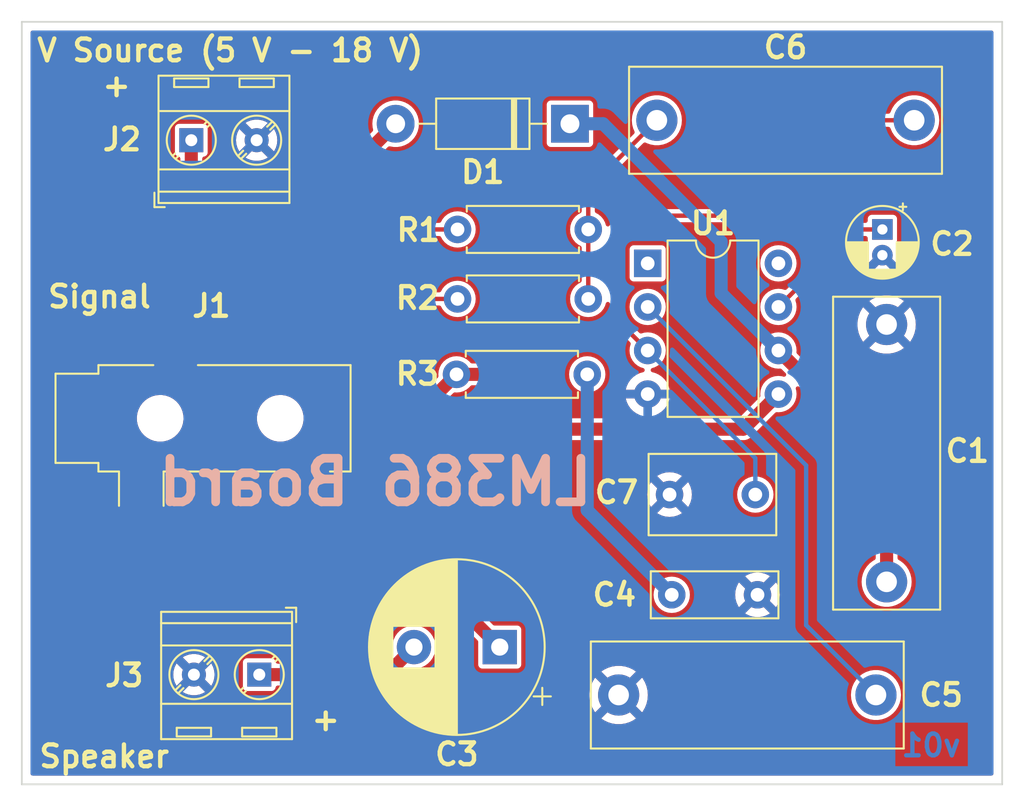
<source format=kicad_pcb>
(kicad_pcb (version 20221018) (generator pcbnew)
  (title_block (title "LM386_Board") (date "2023-11-28") (rev "v01") (comment 2 "creativecommons.org/licenses/by/4.0/") (comment 3 "License: CC BY 4.0") (comment 4 "Author: Geethaka Sandamal"))
  (layers (0 "F.Cu" signal) (31 "B.Cu" signal) (34 "B.Paste" user) (35 "F.Paste" user) (36 "B.SilkS" user "B.Silkscreen") (37 "F.SilkS" user "F.Silkscreen") (38 "B.Mask" user) (39 "F.Mask" user) (44 "Edge.Cuts" user))
  (net 0 "")
  (net 1 "GND")
  (net 2 "VCC")
  (net 3 "Net-(U1-BYPASS)")
  (net 4 "Net-(C3-Pad1)")
  (net 5 "Net-(J3-Pin_1)")
  (net 6 "Net-(C4-Pad1)")
  (net 7 "Net-(U1--)")
  (net 8 "Net-(C6-Pad1)")
  (net 9 "Net-(U1-+)")
  (net 10 "Net-(D1-A)")
  (net 11 "Net-(J1-PadR)")
  (net 12 "Net-(J1-PadT)")
  (footprint "Diode_THT:D_DO-41_SOD81_P10.16mm_Horizontal" (layer "F.Cu") (at 158.9532 88.4936 180)
    (fp_text reference "D1" (at 5.08 -2.8194) (layer "F.SilkS") (effects (font (size 1.27 1.27) (thickness 0.254) bold)))
    (fp_text value "1N4001")
    (fp_line (start 1.34 0) (end 2.36 0) (stroke (width 0.12)) (layer "F.SilkS"))
    (fp_line (start 2.36 -1.47) (end 2.36 1.47) (stroke (width 0.12)) (layer "F.SilkS"))
    (fp_line (start 2.36 1.47) (end 7.8 1.47) (stroke (width 0.12)) (layer "F.SilkS"))
    (fp_line (start 3.14 -1.47) (end 3.14 1.47) (stroke (width 0.12)) (layer "F.SilkS"))
    (fp_line (start 3.26 -1.47) (end 3.26 1.47) (stroke (width 0.12)) (layer "F.SilkS"))
    (fp_line (start 3.38 -1.47) (end 3.38 1.47) (stroke (width 0.12)) (layer "F.SilkS"))
    (fp_line (start 7.8 -1.47) (end 2.36 -1.47) (stroke (width 0.12)) (layer "F.SilkS"))
    (fp_line (start 7.8 1.47) (end 7.8 -1.47) (stroke (width 0.12)) (layer "F.SilkS"))
    (fp_line (start 8.82 0) (end 7.8 0) (stroke (width 0.12)) (layer "F.SilkS"))
    (pad "1" thru_hole rect (at 0 0 180) (size 2.2 2.2) (drill 1.1) (layers "*.Cu" "*.Mask") (net 2 "VCC"))
    (pad "2" thru_hole oval (at 10.16 0 180) (size 2.2 2.2) (drill 1.1) (layers "*.Cu" "*.Mask") (net 10 "Net-(D1-A)"))
  )
  (footprint "Package_DIP:DIP-8_W7.62mm" (layer "F.Cu") (at 163.4844 96.6316)
    (fp_text reference "U1" (at 3.81 -2.33) (layer "F.SilkS") (effects (font (size 1.27 1.27) (thickness 0.254) bold)))
    (fp_text value "LM386")
    (fp_line (start 1.16 -1.33) (end 1.16 8.95) (stroke (width 0.12)) (layer "F.SilkS"))
    (fp_line (start 1.16 8.95) (end 6.46 8.95) (stroke (width 0.12)) (layer "F.SilkS"))
    (fp_line (start 2.81 -1.33) (end 1.16 -1.33) (stroke (width 0.12)) (layer "F.SilkS"))
    (fp_line (start 6.46 -1.33) (end 4.81 -1.33) (stroke (width 0.12)) (layer "F.SilkS"))
    (fp_line (start 6.46 8.95) (end 6.46 -1.33) (stroke (width 0.12)) (layer "F.SilkS"))
    (fp_arc (start 4.81 -1.33) (mid 3.81 -0.33) (end 2.81 -1.33) (stroke (width 0.12)) (layer "F.SilkS"))
    (pad "1" thru_hole rect (at 0 0) (size 1.6 1.6) (drill 0.8) (layers "*.Cu" "*.Mask"))
    (pad "2" thru_hole oval (at 0 2.54) (size 1.6 1.6) (drill 0.8) (layers "*.Cu" "*.Mask") (net 7 "Net-(U1--)"))
    (pad "3" thru_hole oval (at 0 5.08) (size 1.6 1.6) (drill 0.8) (layers "*.Cu" "*.Mask") (net 9 "Net-(U1-+)"))
    (pad "4" thru_hole oval (at 0 7.62) (size 1.6 1.6) (drill 0.8) (layers "*.Cu" "*.Mask") (net 1 "GND"))
    (pad "5" thru_hole oval (at 7.62 7.62) (size 1.6 1.6) (drill 0.8) (layers "*.Cu" "*.Mask") (net 4 "Net-(C3-Pad1)"))
    (pad "6" thru_hole oval (at 7.62 5.08) (size 1.6 1.6) (drill 0.8) (layers "*.Cu" "*.Mask") (net 2 "VCC"))
    (pad "7" thru_hole oval (at 7.62 2.54) (size 1.6 1.6) (drill 0.8) (layers "*.Cu" "*.Mask") (net 3 "Net-(U1-BYPASS)"))
    (pad "8" thru_hole oval (at 7.62 0) (size 1.6 1.6) (drill 0.8) (layers "*.Cu" "*.Mask"))
  )
  (footprint "Resistor_THT:R_Axial_DIN0207_L6.3mm_D2.5mm_P7.62mm_Horizontal" (layer "F.Cu") (at 152.4 94.6544)
    (fp_text reference "R1" (at -2.286 0.0368) (layer "F.SilkS") (effects (font (size 1.27 1.27) (thickness 0.254) bold)))
    (fp_text value "1k" hide)
    (fp_line (start 0.54 -1.37) (end 7.08 -1.37) (stroke (width 0.12)) (layer "F.SilkS"))
    (fp_line (start 0.54 -1.04) (end 0.54 -1.37) (stroke (width 0.12)) (layer "F.SilkS"))
    (fp_line (start 0.54 1.04) (end 0.54 1.37) (stroke (width 0.12)) (layer "F.SilkS"))
    (fp_line (start 0.54 1.37) (end 7.08 1.37) (stroke (width 0.12)) (layer "F.SilkS"))
    (fp_line (start 7.08 -1.37) (end 7.08 -1.04) (stroke (width 0.12)) (layer "F.SilkS"))
    (fp_line (start 7.08 1.37) (end 7.08 1.04) (stroke (width 0.12)) (layer "F.SilkS"))
    (pad "1" thru_hole circle (at 0 0) (size 1.6 1.6) (drill 0.8) (layers "*.Cu" "*.Mask") (net 11 "Net-(J1-PadR)"))
    (pad "2" thru_hole oval (at 7.62 0) (size 1.6 1.6) (drill 0.8) (layers "*.Cu" "*.Mask") (net 8 "Net-(C6-Pad1)"))
  )
  (footprint "Resistor_THT:R_Axial_DIN0207_L6.3mm_D2.5mm_P7.62mm_Horizontal" (layer "F.Cu") (at 159.961 103.1024 180)
    (fp_text reference "R3" (at 9.8978 0.0292) (layer "F.SilkS") (effects (font (size 1.27 1.27) (thickness 0.254) bold)))
    (fp_text value "10" hide)
    (fp_line (start 0.54 -1.37) (end 7.08 -1.37) (stroke (width 0.12)) (layer "F.SilkS"))
    (fp_line (start 0.54 -1.04) (end 0.54 -1.37) (stroke (width 0.12)) (layer "F.SilkS"))
    (fp_line (start 0.54 1.04) (end 0.54 1.37) (stroke (width 0.12)) (layer "F.SilkS"))
    (fp_line (start 0.54 1.37) (end 7.08 1.37) (stroke (width 0.12)) (layer "F.SilkS"))
    (fp_line (start 7.08 -1.37) (end 7.08 -1.04) (stroke (width 0.12)) (layer "F.SilkS"))
    (fp_line (start 7.08 1.37) (end 7.08 1.04) (stroke (width 0.12)) (layer "F.SilkS"))
    (pad "1" thru_hole circle (at 0 0 180) (size 1.6 1.6) (drill 0.8) (layers "*.Cu" "*.Mask") (net 6 "Net-(C4-Pad1)"))
    (pad "2" thru_hole oval (at 7.62 0 180) (size 1.6 1.6) (drill 0.8) (layers "*.Cu" "*.Mask") (net 4 "Net-(C3-Pad1)"))
  )
  (footprint "TerminalBlock_MetzConnect:TerminalBlock_MetzConnect_Type086_RT03402HBLC_1x02_P3.81mm_Horizontal" (layer "F.Cu") (at 140.843 120.605 180)
    (fp_text reference "J3" (at 7.874 -0.045) (layer "F.SilkS") (effects (font (size 1.27 1.27) (thickness 0.254) bold)))
    (fp_text value "Speaker Terminal")
    (fp_line (start -2.15 3.06) (end -2.15 3.9) (stroke (width 0.12)) (layer "F.SilkS"))
    (fp_line (start -2.15 3.9) (end -1.55 3.9) (stroke (width 0.12)) (layer "F.SilkS"))
    (fp_line (start -1.91 -3.76) (end -1.91 3.66) (stroke (width 0.12)) (layer "F.SilkS"))
    (fp_line (start -1.91 -3.76) (end 5.72 -3.76) (stroke (width 0.12)) (layer "F.SilkS"))
    (fp_line (start -1.91 -1.7) (end 5.72 -1.7) (stroke (width 0.12)) (layer "F.SilkS"))
    (fp_line (start -1.91 1.701) (end 5.72 1.701) (stroke (width 0.12)) (layer "F.SilkS"))
    (fp_line (start -1.91 3) (end 5.72 3) (stroke (width 0.12)) (layer "F.SilkS"))
    (fp_line (start -1.91 3.66) (end 5.72 3.66) (stroke (width 0.12)) (layer "F.SilkS"))
    (fp_line (start -1 -3.6) (end -1 -3.1) (stroke (width 0.12)) (layer "F.SilkS"))
    (fp_line (start -1 -3.6) (end 1 -3.6) (stroke (width 0.12)) (layer "F.SilkS"))
    (fp_line (start -1 -3.1) (end 1 -3.1) (stroke (width 0.12)) (layer "F.SilkS"))
    (fp_line (start -0.946 0.771) (end -1.085 0.91) (stroke (width 0.12)) (layer "F.SilkS"))
    (fp_line (start -0.771 0.945) (end -0.911 1.085) (stroke (width 0.12)) (layer "F.SilkS"))
    (fp_line (start 0.911 -1.085) (end 0.771 -0.945) (stroke (width 0.12)) (layer "F.SilkS"))
    (fp_line (start 1 -3.6) (end 1 -3.1) (stroke (width 0.12)) (layer "F.SilkS"))
    (fp_line (start 1.085 -0.91) (end 0.945 -0.771) (stroke (width 0.12)) (layer "F.SilkS"))
    (fp_line (start 2.81 -3.6) (end 2.81 -3.1) (stroke (width 0.12)) (layer "F.SilkS"))
    (fp_line (start 2.81 -3.6) (end 4.81 -3.6) (stroke (width 0.12)) (layer "F.SilkS"))
    (fp_line (start 2.81 -3.1) (end 4.81 -3.1) (stroke (width 0.12)) (layer "F.SilkS"))
    (fp_line (start 3.025 0.611) (end 2.726 0.91) (stroke (width 0.12)) (layer "F.SilkS"))
    (fp_line (start 3.2 0.786) (end 2.9 1.085) (stroke (width 0.12)) (layer "F.SilkS"))
    (fp_line (start 4.721 -1.085) (end 4.421 -0.786) (stroke (width 0.12)) (layer "F.SilkS"))
    (fp_line (start 4.81 -3.6) (end 4.81 -3.1) (stroke (width 0.12)) (layer "F.SilkS"))
    (fp_line (start 4.895 -0.91) (end 4.596 -0.611) (stroke (width 0.12)) (layer "F.SilkS"))
    (fp_line (start 5.72 -3.76) (end 5.72 3.66) (stroke (width 0.12)) (layer "F.SilkS"))
    (fp_circle (center 0 0) (end 1.43 0) (stroke (width 0.12)) (fill none) (layer "F.SilkS"))
    (fp_circle (center 3.81 0) (end 5.24 0) (stroke (width 0.12)) (fill none) (layer "F.SilkS"))
    (pad "1" thru_hole rect (at 0 0 180) (size 1.4 1.4) (drill 0.7) (layers "*.Cu" "*.Mask") (net 5 "Net-(J3-Pin_1)"))
    (pad "2" thru_hole circle (at 3.81 0 180) (size 1.4 1.4) (drill 0.7) (layers "*.Cu" "*.Mask") (net 1 "GND"))
  )
  (footprint "Capacitor_THT:C_Rect_L18.0mm_W6.0mm_P15.00mm_FKS3_FKP3" (layer "F.Cu") (at 176.791 121.793 180)
    (fp_text reference "C5" (at -3.803 0) (layer "F.SilkS") (effects (font (size 1.27 1.27) (thickness 0.254) bold)))
    (fp_text value "0.27uF" hide)
    (fp_line (start -1.62 -3.12) (end -1.62 3.12) (stroke (width 0.12)) (layer "F.SilkS"))
    (fp_line (start -1.62 -3.12) (end 16.62 -3.12) (stroke (width 0.12)) (layer "F.SilkS"))
    (fp_line (start -1.62 3.12) (end 16.62 3.12) (stroke (width 0.12)) (layer "F.SilkS"))
    (fp_line (start 16.62 -3.12) (end 16.62 3.12) (stroke (width 0.12)) (layer "F.SilkS"))
    (pad "1" thru_hole circle (at 0 0 180) (size 2.4 2.4) (drill 1.2) (layers "*.Cu" "*.Mask") (net 7 "Net-(U1--)"))
    (pad "2" thru_hole circle (at 15 0 180) (size 2.4 2.4) (drill 1.2) (layers "*.Cu" "*.Mask") (net 1 "GND"))
  )
  (footprint "Capacitor_THT:C_Rect_L7.2mm_W2.5mm_P5.00mm_FKS2_FKP2_MKS2_MKP2" (layer "F.Cu") (at 164.886 115.951)
    (fp_text reference "C4" (at -3.342 0) (layer "F.SilkS") (effects (font (size 1.27 1.27) (thickness 0.254) bold)))
    (fp_text value "100nF" hide)
    (fp_line (start -1.22 -1.37) (end -1.22 1.37) (stroke (width 0.12)) (layer "F.SilkS"))
    (fp_line (start -1.22 -1.37) (end 6.22 -1.37) (stroke (width 0.12)) (layer "F.SilkS"))
    (fp_line (start -1.22 1.37) (end 6.22 1.37) (stroke (width 0.12)) (layer "F.SilkS"))
    (fp_line (start 6.22 -1.37) (end 6.22 1.37) (stroke (width 0.12)) (layer "F.SilkS"))
    (pad "1" thru_hole circle (at 0 0) (size 1.6 1.6) (drill 0.8) (layers "*.Cu" "*.Mask") (net 6 "Net-(C4-Pad1)"))
    (pad "2" thru_hole circle (at 5 0) (size 1.6 1.6) (drill 0.8) (layers "*.Cu" "*.Mask") (net 1 "GND"))
  )
  (footprint "Capacitor_THT:C_Rect_L7.2mm_W4.5mm_P5.00mm_FKS2_FKP2_MKS2_MKP2" (layer "F.Cu") (at 164.759 110.109)
    (fp_text reference "C7" (at -3.088 -0.127) (layer "F.SilkS") (effects (font (size 1.27 1.27) (thickness 0.254) bold)))
    (fp_text value "0.47uF" hide)
    (fp_line (start -1.22 -2.37) (end -1.22 2.37) (stroke (width 0.12)) (layer "F.SilkS"))
    (fp_line (start -1.22 -2.37) (end 6.22 -2.37) (stroke (width 0.12)) (layer "F.SilkS"))
    (fp_line (start -1.22 2.37) (end 6.22 2.37) (stroke (width 0.12)) (layer "F.SilkS"))
    (fp_line (start 6.22 -2.37) (end 6.22 2.37) (stroke (width 0.12)) (layer "F.SilkS"))
    (pad "1" thru_hole circle (at 0 0) (size 1.6 1.6) (drill 0.8) (layers "*.Cu" "*.Mask") (net 1 "GND"))
    (pad "2" thru_hole circle (at 5 0) (size 1.6 1.6) (drill 0.8) (layers "*.Cu" "*.Mask") (net 9 "Net-(U1-+)"))
  )
  (footprint "TerminalBlock_MetzConnect:TerminalBlock_MetzConnect_Type086_RT03402HBLC_1x02_P3.81mm_Horizontal" (layer "F.Cu") (at 136.8806 89.453)
    (fp_text reference "J2" (at -4.0386 -0.045) (layer "F.SilkS") (effects (font (size 1.27 1.27) (thickness 0.254) bold)))
    (fp_text value "Power IN Terminal")
    (fp_line (start -2.15 3.06) (end -2.15 3.9) (stroke (width 0.12)) (layer "F.SilkS"))
    (fp_line (start -2.15 3.9) (end -1.55 3.9) (stroke (width 0.12)) (layer "F.SilkS"))
    (fp_line (start -1.91 -3.76) (end -1.91 3.66) (stroke (width 0.12)) (layer "F.SilkS"))
    (fp_line (start -1.91 -3.76) (end 5.72 -3.76) (stroke (width 0.12)) (layer "F.SilkS"))
    (fp_line (start -1.91 -1.7) (end 5.72 -1.7) (stroke (width 0.12)) (layer "F.SilkS"))
    (fp_line (start -1.91 1.701) (end 5.72 1.701) (stroke (width 0.12)) (layer "F.SilkS"))
    (fp_line (start -1.91 3) (end 5.72 3) (stroke (width 0.12)) (layer "F.SilkS"))
    (fp_line (start -1.91 3.66) (end 5.72 3.66) (stroke (width 0.12)) (layer "F.SilkS"))
    (fp_line (start -1 -3.6) (end -1 -3.1) (stroke (width 0.12)) (layer "F.SilkS"))
    (fp_line (start -1 -3.6) (end 1 -3.6) (stroke (width 0.12)) (layer "F.SilkS"))
    (fp_line (start -1 -3.1) (end 1 -3.1) (stroke (width 0.12)) (layer "F.SilkS"))
    (fp_line (start -0.946 0.771) (end -1.085 0.91) (stroke (width 0.12)) (layer "F.SilkS"))
    (fp_line (start -0.771 0.945) (end -0.911 1.085) (stroke (width 0.12)) (layer "F.SilkS"))
    (fp_line (start 0.911 -1.085) (end 0.771 -0.945) (stroke (width 0.12)) (layer "F.SilkS"))
    (fp_line (start 1 -3.6) (end 1 -3.1) (stroke (width 0.12)) (layer "F.SilkS"))
    (fp_line (start 1.085 -0.91) (end 0.945 -0.771) (stroke (width 0.12)) (layer "F.SilkS"))
    (fp_line (start 2.81 -3.6) (end 2.81 -3.1) (stroke (width 0.12)) (layer "F.SilkS"))
    (fp_line (start 2.81 -3.6) (end 4.81 -3.6) (stroke (width 0.12)) (layer "F.SilkS"))
    (fp_line (start 2.81 -3.1) (end 4.81 -3.1) (stroke (width 0.12)) (layer "F.SilkS"))
    (fp_line (start 3.025 0.611) (end 2.726 0.91) (stroke (width 0.12)) (layer "F.SilkS"))
    (fp_line (start 3.2 0.786) (end 2.9 1.085) (stroke (width 0.12)) (layer "F.SilkS"))
    (fp_line (start 4.721 -1.085) (end 4.421 -0.786) (stroke (width 0.12)) (layer "F.SilkS"))
    (fp_line (start 4.81 -3.6) (end 4.81 -3.1) (stroke (width 0.12)) (layer "F.SilkS"))
    (fp_line (start 4.895 -0.91) (end 4.596 -0.611) (stroke (width 0.12)) (layer "F.SilkS"))
    (fp_line (start 5.72 -3.76) (end 5.72 3.66) (stroke (width 0.12)) (layer "F.SilkS"))
    (fp_circle (center 0 0) (end 1.43 0) (stroke (width 0.12)) (fill none) (layer "F.SilkS"))
    (fp_circle (center 3.81 0) (end 5.24 0) (stroke (width 0.12)) (fill none) (layer "F.SilkS"))
    (pad "1" thru_hole rect (at 0 0) (size 1.4 1.4) (drill 0.7) (layers "*.Cu" "*.Mask") (net 10 "Net-(D1-A)"))
    (pad "2" thru_hole circle (at 3.81 0) (size 1.4 1.4) (drill 0.7) (layers "*.Cu" "*.Mask") (net 1 "GND"))
  )
  (footprint "Connector_Audio:Jack_3.5mm_CUI_SJ-3523-SMT_Horizontal" (layer "F.Cu") (at 137.5664 105.664 90)
    (fp_text reference "J1" (at 6.5532 0.4868 180) (layer "F.SilkS") (effects (font (size 1.27 1.27) (thickness 0.254) bold)))
    (fp_text value "AudioJack3")
    (fp_line (start -3.1 -6.1) (end -2.6 -6.1) (stroke (width 0.12)) (layer "F.SilkS"))
    (fp_line (start -3.1 -4.9) (end -5.1 -4.9) (stroke (width 0.12)) (layer "F.SilkS"))
    (fp_line (start -3.1 -4.9) (end -3.1 -6.1) (stroke (width 0.12)) (layer "F.SilkS"))
    (fp_line (start -3.1 -2.3) (end -5.1 -2.3) (stroke (width 0.12)) (layer "F.SilkS"))
    (fp_line (start -3.1 4.2) (end -3.1 -2.3) (stroke (width 0.12)) (layer "F.SilkS"))
    (fp_line (start -3.1 8.6) (end -3.1 7.4) (stroke (width 0.12)) (layer "F.SilkS"))
    (fp_line (start -2.6 -8.6) (end 2.6 -8.6) (stroke (width 0.12)) (layer "F.SilkS"))
    (fp_line (start -2.6 -6.1) (end -2.6 -8.6) (stroke (width 0.12)) (layer "F.SilkS"))
    (fp_line (start 2.6 -8.6) (end 2.6 -6.1) (stroke (width 0.12)) (layer "F.SilkS"))
    (fp_line (start 2.6 -6.1) (end 3.1 -6.1) (stroke (width 0.12)) (layer "F.SilkS"))
    (fp_line (start 3.1 -6.1) (end 3.1 -2.9) (stroke (width 0.12)) (layer "F.SilkS"))
    (fp_line (start 3.1 -0.3) (end 3.1 8.6) (stroke (width 0.12)) (layer "F.SilkS"))
    (fp_line (start 3.1 8.6) (end -3.1 8.6) (stroke (width 0.12)) (layer "F.SilkS"))
    (pad "" np_thru_hole circle (at 0 -2.5 90) (size 1.7 1.7) (drill 1.7) (layers "*.Cu" "*.Mask"))
    (pad "" np_thru_hole circle (at 0 4.5 90) (size 1.7 1.7) (drill 1.7) (layers "*.Cu" "*.Mask"))
    (pad "R" smd rect (at 3.7 -1.6 90) (size 2.8 2.2) (layers "F.Cu" "F.Paste" "F.Mask") (net 11 "Net-(J1-PadR)"))
    (pad "S" smd rect (at -3.7 -3.6 90) (size 2.8 2.2) (layers "F.Cu" "F.Paste" "F.Mask") (net 1 "GND"))
    (pad "T" smd rect (at -3.7 5.8 90) (size 2.8 2.8) (layers "F.Cu" "F.Paste" "F.Mask") (net 12 "Net-(J1-PadT)"))
  )
  (footprint "Capacitor_THT:CP_Radial_D4.0mm_P1.50mm" (layer "F.Cu") (at 177.165 94.654401 -90)
    (fp_text reference "C2" (at 0.849599 -4.064 -180) (layer "F.SilkS") (effects (font (size 1.27 1.27) (thickness 0.254) bold)))
    (fp_text value "10uF" hide)
    (fp_line (start -1.519801 -1.195) (end -1.119801 -1.195) (stroke (width 0.12)) (layer "F.SilkS"))
    (fp_line (start -1.319801 -1.395) (end -1.319801 -0.995) (stroke (width 0.12)) (layer "F.SilkS"))
    (fp_line (start 0.75 -2.08) (end 0.75 -0.84) (stroke (width 0.12)) (layer "F.SilkS"))
    (fp_line (start 0.75 0.84) (end 0.75 2.08) (stroke (width 0.12)) (layer "F.SilkS"))
    (fp_line (start 0.79 -2.08) (end 0.79 -0.84) (stroke (width 0.12)) (layer "F.SilkS"))
    (fp_line (start 0.79 0.84) (end 0.79 2.08) (stroke (width 0.12)) (layer "F.SilkS"))
    (fp_line (start 0.83 -2.079) (end 0.83 -0.84) (stroke (width 0.12)) (layer "F.SilkS"))
    (fp_line (start 0.83 0.84) (end 0.83 2.079) (stroke (width 0.12)) (layer "F.SilkS"))
    (fp_line (start 0.87 -2.077) (end 0.87 -0.84) (stroke (width 0.12)) (layer "F.SilkS"))
    (fp_line (start 0.87 0.84) (end 0.87 2.077) (stroke (width 0.12)) (layer "F.SilkS"))
    (fp_line (start 0.91 -2.074) (end 0.91 -0.84) (stroke (width 0.12)) (layer "F.SilkS"))
    (fp_line (start 0.91 0.84) (end 0.91 2.074) (stroke (width 0.12)) (layer "F.SilkS"))
    (fp_line (start 0.95 -2.071) (end 0.95 -0.84) (stroke (width 0.12)) (layer "F.SilkS"))
    (fp_line (start 0.95 0.84) (end 0.95 2.071) (stroke (width 0.12)) (layer "F.SilkS"))
    (fp_line (start 0.99 -2.067) (end 0.99 -0.84) (stroke (width 0.12)) (layer "F.SilkS"))
    (fp_line (start 0.99 0.84) (end 0.99 2.067) (stroke (width 0.12)) (layer "F.SilkS"))
    (fp_line (start 1.03 -2.062) (end 1.03 -0.84) (stroke (width 0.12)) (layer "F.SilkS"))
    (fp_line (start 1.03 0.84) (end 1.03 2.062) (stroke (width 0.12)) (layer "F.SilkS"))
    (fp_line (start 1.07 -2.056) (end 1.07 -0.84) (stroke (width 0.12)) (layer "F.SilkS"))
    (fp_line (start 1.07 0.84) (end 1.07 2.056) (stroke (width 0.12)) (layer "F.SilkS"))
    (fp_line (start 1.11 -2.05) (end 1.11 -0.84) (stroke (width 0.12)) (layer "F.SilkS"))
    (fp_line (start 1.11 0.84) (end 1.11 2.05) (stroke (width 0.12)) (layer "F.SilkS"))
    (fp_line (start 1.15 -2.042) (end 1.15 -0.84) (stroke (width 0.12)) (layer "F.SilkS"))
    (fp_line (start 1.15 0.84) (end 1.15 2.042) (stroke (width 0.12)) (layer "F.SilkS"))
    (fp_line (start 1.19 -2.034) (end 1.19 -0.84) (stroke (width 0.12)) (layer "F.SilkS"))
    (fp_line (start 1.19 0.84) (end 1.19 2.034) (stroke (width 0.12)) (layer "F.SilkS"))
    (fp_line (start 1.23 -2.025) (end 1.23 -0.84) (stroke (width 0.12)) (layer "F.SilkS"))
    (fp_line (start 1.23 0.84) (end 1.23 2.025) (stroke (width 0.12)) (layer "F.SilkS"))
    (fp_line (start 1.27 -2.016) (end 1.27 -0.84) (stroke (width 0.12)) (layer "F.SilkS"))
    (fp_line (start 1.27 0.84) (end 1.27 2.016) (stroke (width 0.12)) (layer "F.SilkS"))
    (fp_line (start 1.31 -2.005) (end 1.31 -0.84) (stroke (width 0.12)) (layer "F.SilkS"))
    (fp_line (start 1.31 0.84) (end 1.31 2.005) (stroke (width 0.12)) (layer "F.SilkS"))
    (fp_line (start 1.35 -1.994) (end 1.35 -0.84) (stroke (width 0.12)) (layer "F.SilkS"))
    (fp_line (start 1.35 0.84) (end 1.35 1.994) (stroke (width 0.12)) (layer "F.SilkS"))
    (fp_line (start 1.39 -1.982) (end 1.39 -0.84) (stroke (width 0.12)) (layer "F.SilkS"))
    (fp_line (start 1.39 0.84) (end 1.39 1.982) (stroke (width 0.12)) (layer "F.SilkS"))
    (fp_line (start 1.43 -1.968) (end 1.43 -0.84) (stroke (width 0.12)) (layer "F.SilkS"))
    (fp_line (start 1.43 0.84) (end 1.43 1.968) (stroke (width 0.12)) (layer "F.SilkS"))
    (fp_line (start 1.471 -1.954) (end 1.471 -0.84) (stroke (width 0.12)) (layer "F.SilkS"))
    (fp_line (start 1.471 0.84) (end 1.471 1.954) (stroke (width 0.12)) (layer "F.SilkS"))
    (fp_line (start 1.511 -1.94) (end 1.511 -0.84) (stroke (width 0.12)) (layer "F.SilkS"))
    (fp_line (start 1.511 0.84) (end 1.511 1.94) (stroke (width 0.12)) (layer "F.SilkS"))
    (fp_line (start 1.551 -1.924) (end 1.551 -0.84) (stroke (width 0.12)) (layer "F.SilkS"))
    (fp_line (start 1.551 0.84) (end 1.551 1.924) (stroke (width 0.12)) (layer "F.SilkS"))
    (fp_line (start 1.591 -1.907) (end 1.591 -0.84) (stroke (width 0.12)) (layer "F.SilkS"))
    (fp_line (start 1.591 0.84) (end 1.591 1.907) (stroke (width 0.12)) (layer "F.SilkS"))
    (fp_line (start 1.631 -1.889) (end 1.631 -0.84) (stroke (width 0.12)) (layer "F.SilkS"))
    (fp_line (start 1.631 0.84) (end 1.631 1.889) (stroke (width 0.12)) (layer "F.SilkS"))
    (fp_line (start 1.671 -1.87) (end 1.671 -0.84) (stroke (width 0.12)) (layer "F.SilkS"))
    (fp_line (start 1.671 0.84) (end 1.671 1.87) (stroke (width 0.12)) (layer "F.SilkS"))
    (fp_line (start 1.711 -1.851) (end 1.711 -0.84) (stroke (width 0.12)) (layer "F.SilkS"))
    (fp_line (start 1.711 0.84) (end 1.711 1.851) (stroke (width 0.12)) (layer "F.SilkS"))
    (fp_line (start 1.751 -1.83) (end 1.751 -0.84) (stroke (width 0.12)) (layer "F.SilkS"))
    (fp_line (start 1.751 0.84) (end 1.751 1.83) (stroke (width 0.12)) (layer "F.SilkS"))
    (fp_line (start 1.791 -1.808) (end 1.791 -0.84) (stroke (width 0.12)) (layer "F.SilkS"))
    (fp_line (start 1.791 0.84) (end 1.791 1.808) (stroke (width 0.12)) (layer "F.SilkS"))
    (fp_line (start 1.831 -1.785) (end 1.831 -0.84) (stroke (width 0.12)) (layer "F.SilkS"))
    (fp_line (start 1.831 0.84) (end 1.831 1.785) (stroke (width 0.12)) (layer "F.SilkS"))
    (fp_line (start 1.871 -1.76) (end 1.871 -0.84) (stroke (width 0.12)) (layer "F.SilkS"))
    (fp_line (start 1.871 0.84) (end 1.871 1.76) (stroke (width 0.12)) (layer "F.SilkS"))
    (fp_line (start 1.911 -1.735) (end 1.911 -0.84) (stroke (width 0.12)) (layer "F.SilkS"))
    (fp_line (start 1.911 0.84) (end 1.911 1.735) (stroke (width 0.12)) (layer "F.SilkS"))
    (fp_line (start 1.951 -1.708) (end 1.951 -0.84) (stroke (width 0.12)) (layer "F.SilkS"))
    (fp_line (start 1.951 0.84) (end 1.951 1.708) (stroke (width 0.12)) (layer "F.SilkS"))
    (fp_line (start 1.991 -1.68) (end 1.991 -0.84) (stroke (width 0.12)) (layer "F.SilkS"))
    (fp_line (start 1.991 0.84) (end 1.991 1.68) (stroke (width 0.12)) (layer "F.SilkS"))
    (fp_line (start 2.031 -1.65) (end 2.031 -0.84) (stroke (width 0.12)) (layer "F.SilkS"))
    (fp_line (start 2.031 0.84) (end 2.031 1.65) (stroke (width 0.12)) (layer "F.SilkS"))
    (fp_line (start 2.071 -1.619) (end 2.071 -0.84) (stroke (width 0.12)) (layer "F.SilkS"))
    (fp_line (start 2.071 0.84) (end 2.071 1.619) (stroke (width 0.12)) (layer "F.SilkS"))
    (fp_line (start 2.111 -1.587) (end 2.111 -0.84) (stroke (width 0.12)) (layer "F.SilkS"))
    (fp_line (start 2.111 0.84) (end 2.111 1.587) (stroke (width 0.12)) (layer "F.SilkS"))
    (fp_line (start 2.151 -1.552) (end 2.151 -0.84) (stroke (width 0.12)) (layer "F.SilkS"))
    (fp_line (start 2.151 0.84) (end 2.151 1.552) (stroke (width 0.12)) (layer "F.SilkS"))
    (fp_line (start 2.191 -1.516) (end 2.191 -0.84) (stroke (width 0.12)) (layer "F.SilkS"))
    (fp_line (start 2.191 0.84) (end 2.191 1.516) (stroke (width 0.12)) (layer "F.SilkS"))
    (fp_line (start 2.231 -1.478) (end 2.231 -0.84) (stroke (width 0.12)) (layer "F.SilkS"))
    (fp_line (start 2.231 0.84) (end 2.231 1.478) (stroke (width 0.12)) (layer "F.SilkS"))
    (fp_line (start 2.271 -1.438) (end 2.271 -0.84) (stroke (width 0.12)) (layer "F.SilkS"))
    (fp_line (start 2.271 0.84) (end 2.271 1.438) (stroke (width 0.12)) (layer "F.SilkS"))
    (fp_line (start 2.311 -1.396) (end 2.311 -0.84) (stroke (width 0.12)) (layer "F.SilkS"))
    (fp_line (start 2.311 0.84) (end 2.311 1.396) (stroke (width 0.12)) (layer "F.SilkS"))
    (fp_line (start 2.351 -1.351) (end 2.351 1.351) (stroke (width 0.12)) (layer "F.SilkS"))
    (fp_line (start 2.391 -1.304) (end 2.391 1.304) (stroke (width 0.12)) (layer "F.SilkS"))
    (fp_line (start 2.431 -1.254) (end 2.431 1.254) (stroke (width 0.12)) (layer "F.SilkS"))
    (fp_line (start 2.471 -1.2) (end 2.471 1.2) (stroke (width 0.12)) (layer "F.SilkS"))
    (fp_line (start 2.511 -1.142) (end 2.511 1.142) (stroke (width 0.12)) (layer "F.SilkS"))
    (fp_line (start 2.551 -1.08) (end 2.551 1.08) (stroke (width 0.12)) (layer "F.SilkS"))
    (fp_line (start 2.591 -1.013) (end 2.591 1.013) (stroke (width 0.12)) (layer "F.SilkS"))
    (fp_line (start 2.631 -0.94) (end 2.631 0.94) (stroke (width 0.12)) (layer "F.SilkS"))
    (fp_line (start 2.671 -0.859) (end 2.671 0.859) (stroke (width 0.12)) (layer "F.SilkS"))
    (fp_line (start 2.711 -0.768) (end 2.711 0.768) (stroke (width 0.12)) (layer "F.SilkS"))
    (fp_line (start 2.751 -0.664) (end 2.751 0.664) (stroke (width 0.12)) (layer "F.SilkS"))
    (fp_line (start 2.791 -0.537) (end 2.791 0.537) (stroke (width 0.12)) (layer "F.SilkS"))
    (fp_line (start 2.831 -0.37) (end 2.831 0.37) (stroke (width 0.12)) (layer "F.SilkS"))
    (fp_circle (center 0.75 0) (end 2.87 0) (stroke (width 0.12)) (fill none) (layer "F.SilkS"))
    (pad "1" thru_hole rect (at 0 0 270) (size 1.2 1.2) (drill 0.6) (layers "*.Cu" "*.Mask") (net 3 "Net-(U1-BYPASS)"))
    (pad "2" thru_hole circle (at 1.5 0 270) (size 1.2 1.2) (drill 0.6) (layers "*.Cu" "*.Mask") (net 1 "GND"))
  )
  (footprint "Resistor_THT:R_Axial_DIN0207_L6.3mm_D2.5mm_P7.62mm_Horizontal" (layer "F.Cu") (at 152.4 98.7044)
    (fp_text reference "R2" (at -2.3368 -0.0508) (layer "F.SilkS") (effects (font (size 1.27 1.27) (thickness 0.254) bold)))
    (fp_text value "1k" hide)
    (fp_line (start 0.54 -1.37) (end 7.08 -1.37) (stroke (width 0.12)) (layer "F.SilkS"))
    (fp_line (start 0.54 -1.04) (end 0.54 -1.37) (stroke (width 0.12)) (layer "F.SilkS"))
    (fp_line (start 0.54 1.04) (end 0.54 1.37) (stroke (width 0.12)) (layer "F.SilkS"))
    (fp_line (start 0.54 1.37) (end 7.08 1.37) (stroke (width 0.12)) (layer "F.SilkS"))
    (fp_line (start 7.08 -1.37) (end 7.08 -1.04) (stroke (width 0.12)) (layer "F.SilkS"))
    (fp_line (start 7.08 1.37) (end 7.08 1.04) (stroke (width 0.12)) (layer "F.SilkS"))
    (pad "1" thru_hole circle (at 0 0) (size 1.6 1.6) (drill 0.8) (layers "*.Cu" "*.Mask") (net 12 "Net-(J1-PadT)"))
    (pad "2" thru_hole oval (at 7.62 0) (size 1.6 1.6) (drill 0.8) (layers "*.Cu" "*.Mask") (net 8 "Net-(C6-Pad1)"))
  )
  (footprint "Capacitor_THT:CP_Radial_D10.0mm_P5.00mm" (layer "F.Cu") (at 154.86 118.999 180)
    (fp_text reference "C3" (at 2.5 -6.25) (layer "F.SilkS") (effects (font (size 1.27 1.27) (thickness 0.254) bold)))
    (fp_text value "470uF" hide)
    (fp_line (start -2.979646 -2.875) (end -1.979646 -2.875) (stroke (width 0.12)) (layer "F.SilkS"))
    (fp_line (start -2.479646 -3.375) (end -2.479646 -2.375) (stroke (width 0.12)) (layer "F.SilkS"))
    (fp_line (start 2.5 -5.08) (end 2.5 5.08) (stroke (width 0.12)) (layer "F.SilkS"))
    (fp_line (start 2.54 -5.08) (end 2.54 5.08) (stroke (width 0.12)) (layer "F.SilkS"))
    (fp_line (start 2.58 -5.08) (end 2.58 5.08) (stroke (width 0.12)) (layer "F.SilkS"))
    (fp_line (start 2.62 -5.079) (end 2.62 5.079) (stroke (width 0.12)) (layer "F.SilkS"))
    (fp_line (start 2.66 -5.078) (end 2.66 5.078) (stroke (width 0.12)) (layer "F.SilkS"))
    (fp_line (start 2.7 -5.077) (end 2.7 5.077) (stroke (width 0.12)) (layer "F.SilkS"))
    (fp_line (start 2.74 -5.075) (end 2.74 5.075) (stroke (width 0.12)) (layer "F.SilkS"))
    (fp_line (start 2.78 -5.073) (end 2.78 5.073) (stroke (width 0.12)) (layer "F.SilkS"))
    (fp_line (start 2.82 -5.07) (end 2.82 5.07) (stroke (width 0.12)) (layer "F.SilkS"))
    (fp_line (start 2.86 -5.068) (end 2.86 5.068) (stroke (width 0.12)) (layer "F.SilkS"))
    (fp_line (start 2.9 -5.065) (end 2.9 5.065) (stroke (width 0.12)) (layer "F.SilkS"))
    (fp_line (start 2.94 -5.062) (end 2.94 5.062) (stroke (width 0.12)) (layer "F.SilkS"))
    (fp_line (start 2.98 -5.058) (end 2.98 5.058) (stroke (width 0.12)) (layer "F.SilkS"))
    (fp_line (start 3.02 -5.054) (end 3.02 5.054) (stroke (width 0.12)) (layer "F.SilkS"))
    (fp_line (start 3.06 -5.05) (end 3.06 5.05) (stroke (width 0.12)) (layer "F.SilkS"))
    (fp_line (start 3.1 -5.045) (end 3.1 5.045) (stroke (width 0.12)) (layer "F.SilkS"))
    (fp_line (start 3.14 -5.04) (end 3.14 5.04) (stroke (width 0.12)) (layer "F.SilkS"))
    (fp_line (start 3.18 -5.035) (end 3.18 5.035) (stroke (width 0.12)) (layer "F.SilkS"))
    (fp_line (start 3.221 -5.03) (end 3.221 5.03) (stroke (width 0.12)) (layer "F.SilkS"))
    (fp_line (start 3.261 -5.024) (end 3.261 5.024) (stroke (width 0.12)) (layer "F.SilkS"))
    (fp_line (start 3.301 -5.018) (end 3.301 5.018) (stroke (width 0.12)) (layer "F.SilkS"))
    (fp_line (start 3.341 -5.011) (end 3.341 5.011) (stroke (width 0.12)) (layer "F.SilkS"))
    (fp_line (start 3.381 -5.004) (end 3.381 5.004) (stroke (width 0.12)) (layer "F.SilkS"))
    (fp_line (start 3.421 -4.997) (end 3.421 4.997) (stroke (width 0.12)) (layer "F.SilkS"))
    (fp_line (start 3.461 -4.99) (end 3.461 4.99) (stroke (width 0.12)) (layer "F.SilkS"))
    (fp_line (start 3.501 -4.982) (end 3.501 4.982) (stroke (width 0.12)) (layer "F.SilkS"))
    (fp_line (start 3.541 -4.974) (end 3.541 4.974) (stroke (width 0.12)) (layer "F.SilkS"))
    (fp_line (start 3.581 -4.965) (end 3.581 4.965) (stroke (width 0.12)) (layer "F.SilkS"))
    (fp_line (start 3.621 -4.956) (end 3.621 4.956) (stroke (width 0.12)) (layer "F.SilkS"))
    (fp_line (start 3.661 -4.947) (end 3.661 4.947) (stroke (width 0.12)) (layer "F.SilkS"))
    (fp_line (start 3.701 -4.938) (end 3.701 4.938) (stroke (width 0.12)) (layer "F.SilkS"))
    (fp_line (start 3.741 -4.928) (end 3.741 4.928) (stroke (width 0.12)) (layer "F.SilkS"))
    (fp_line (start 3.781 -4.918) (end 3.781 -1.241) (stroke (width 0.12)) (layer "F.SilkS"))
    (fp_line (start 3.781 1.241) (end 3.781 4.918) (stroke (width 0.12)) (layer "F.SilkS"))
    (fp_line (start 3.821 -4.907) (end 3.821 -1.241) (stroke (width 0.12)) (layer "F.SilkS"))
    (fp_line (start 3.821 1.241) (end 3.821 4.907) (stroke (width 0.12)) (layer "F.SilkS"))
    (fp_line (start 3.861 -4.897) (end 3.861 -1.241) (stroke (width 0.12)) (layer "F.SilkS"))
    (fp_line (start 3.861 1.241) (end 3.861 4.897) (stroke (width 0.12)) (layer "F.SilkS"))
    (fp_line (start 3.901 -4.885) (end 3.901 -1.241) (stroke (width 0.12)) (layer "F.SilkS"))
    (fp_line (start 3.901 1.241) (end 3.901 4.885) (stroke (width 0.12)) (layer "F.SilkS"))
    (fp_line (start 3.941 -4.874) (end 3.941 -1.241) (stroke (width 0.12)) (layer "F.SilkS"))
    (fp_line (start 3.941 1.241) (end 3.941 4.874) (stroke (width 0.12)) (layer "F.SilkS"))
    (fp_line (start 3.981 -4.862) (end 3.981 -1.241) (stroke (width 0.12)) (layer "F.SilkS"))
    (fp_line (start 3.981 1.241) (end 3.981 4.862) (stroke (width 0.12)) (layer "F.SilkS"))
    (fp_line (start 4.021 -4.85) (end 4.021 -1.241) (stroke (width 0.12)) (layer "F.SilkS"))
    (fp_line (start 4.021 1.241) (end 4.021 4.85) (stroke (width 0.12)) (layer "F.SilkS"))
    (fp_line (start 4.061 -4.837) (end 4.061 -1.241) (stroke (width 0.12)) (layer "F.SilkS"))
    (fp_line (start 4.061 1.241) (end 4.061 4.837) (stroke (width 0.12)) (layer "F.SilkS"))
    (fp_line (start 4.101 -4.824) (end 4.101 -1.241) (stroke (width 0.12)) (layer "F.SilkS"))
    (fp_line (start 4.101 1.241) (end 4.101 4.824) (stroke (width 0.12)) (layer "F.SilkS"))
    (fp_line (start 4.141 -4.811) (end 4.141 -1.241) (stroke (width 0.12)) (layer "F.SilkS"))
    (fp_line (start 4.141 1.241) (end 4.141 4.811) (stroke (width 0.12)) (layer "F.SilkS"))
    (fp_line (start 4.181 -4.797) (end 4.181 -1.241) (stroke (width 0.12)) (layer "F.SilkS"))
    (fp_line (start 4.181 1.241) (end 4.181 4.797) (stroke (width 0.12)) (layer "F.SilkS"))
    (fp_line (start 4.221 -4.783) (end 4.221 -1.241) (stroke (width 0.12)) (layer "F.SilkS"))
    (fp_line (start 4.221 1.241) (end 4.221 4.783) (stroke (width 0.12)) (layer "F.SilkS"))
    (fp_line (start 4.261 -4.768) (end 4.261 -1.241) (stroke (width 0.12)) (layer "F.SilkS"))
    (fp_line (start 4.261 1.241) (end 4.261 4.768) (stroke (width 0.12)) (layer "F.SilkS"))
    (fp_line (start 4.301 -4.754) (end 4.301 -1.241) (stroke (width 0.12)) (layer "F.SilkS"))
    (fp_line (start 4.301 1.241) (end 4.301 4.754) (stroke (width 0.12)) (layer "F.SilkS"))
    (fp_line (start 4.341 -4.738) (end 4.341 -1.241) (stroke (width 0.12)) (layer "F.SilkS"))
    (fp_line (start 4.341 1.241) (end 4.341 4.738) (stroke (width 0.12)) (layer "F.SilkS"))
    (fp_line (start 4.381 -4.723) (end 4.381 -1.241) (stroke (width 0.12)) (layer "F.SilkS"))
    (fp_line (start 4.381 1.241) (end 4.381 4.723) (stroke (width 0.12)) (layer "F.SilkS"))
    (fp_line (start 4.421 -4.707) (end 4.421 -1.241) (stroke (width 0.12)) (layer "F.SilkS"))
    (fp_line (start 4.421 1.241) (end 4.421 4.707) (stroke (width 0.12)) (layer "F.SilkS"))
    (fp_line (start 4.461 -4.69) (end 4.461 -1.241) (stroke (width 0.12)) (layer "F.SilkS"))
    (fp_line (start 4.461 1.241) (end 4.461 4.69) (stroke (width 0.12)) (layer "F.SilkS"))
    (fp_line (start 4.501 -4.674) (end 4.501 -1.241) (stroke (width 0.12)) (layer "F.SilkS"))
    (fp_line (start 4.501 1.241) (end 4.501 4.674) (stroke (width 0.12)) (layer "F.SilkS"))
    (fp_line (start 4.541 -4.657) (end 4.541 -1.241) (stroke (width 0.12)) (layer "F.SilkS"))
    (fp_line (start 4.541 1.241) (end 4.541 4.657) (stroke (width 0.12)) (layer "F.SilkS"))
    (fp_line (start 4.581 -4.639) (end 4.581 -1.241) (stroke (width 0.12)) (layer "F.SilkS"))
    (fp_line (start 4.581 1.241) (end 4.581 4.639) (stroke (width 0.12)) (layer "F.SilkS"))
    (fp_line (start 4.621 -4.621) (end 4.621 -1.241) (stroke (width 0.12)) (layer "F.SilkS"))
    (fp_line (start 4.621 1.241) (end 4.621 4.621) (stroke (width 0.12)) (layer "F.SilkS"))
    (fp_line (start 4.661 -4.603) (end 4.661 -1.241) (stroke (width 0.12)) (layer "F.SilkS"))
    (fp_line (start 4.661 1.241) (end 4.661 4.603) (stroke (width 0.12)) (layer "F.SilkS"))
    (fp_line (start 4.701 -4.584) (end 4.701 -1.241) (stroke (width 0.12)) (layer "F.SilkS"))
    (fp_line (start 4.701 1.241) (end 4.701 4.584) (stroke (width 0.12)) (layer "F.SilkS"))
    (fp_line (start 4.741 -4.564) (end 4.741 -1.241) (stroke (width 0.12)) (layer "F.SilkS"))
    (fp_line (start 4.741 1.241) (end 4.741 4.564) (stroke (width 0.12)) (layer "F.SilkS"))
    (fp_line (start 4.781 -4.545) (end 4.781 -1.241) (stroke (width 0.12)) (layer "F.SilkS"))
    (fp_line (start 4.781 1.241) (end 4.781 4.545) (stroke (width 0.12)) (layer "F.SilkS"))
    (fp_line (start 4.821 -4.525) (end 4.821 -1.241) (stroke (width 0.12)) (layer "F.SilkS"))
    (fp_line (start 4.821 1.241) (end 4.821 4.525) (stroke (width 0.12)) (layer "F.SilkS"))
    (fp_line (start 4.861 -4.504) (end 4.861 -1.241) (stroke (width 0.12)) (layer "F.SilkS"))
    (fp_line (start 4.861 1.241) (end 4.861 4.504) (stroke (width 0.12)) (layer "F.SilkS"))
    (fp_line (start 4.901 -4.483) (end 4.901 -1.241) (stroke (width 0.12)) (layer "F.SilkS"))
    (fp_line (start 4.901 1.241) (end 4.901 4.483) (stroke (width 0.12)) (layer "F.SilkS"))
    (fp_line (start 4.941 -4.462) (end 4.941 -1.241) (stroke (width 0.12)) (layer "F.SilkS"))
    (fp_line (start 4.941 1.241) (end 4.941 4.462) (stroke (width 0.12)) (layer "F.SilkS"))
    (fp_line (start 4.981 -4.44) (end 4.981 -1.241) (stroke (width 0.12)) (layer "F.SilkS"))
    (fp_line (start 4.981 1.241) (end 4.981 4.44) (stroke (width 0.12)) (layer "F.SilkS"))
    (fp_line (start 5.021 -4.417) (end 5.021 -1.241) (stroke (width 0.12)) (layer "F.SilkS"))
    (fp_line (start 5.021 1.241) (end 5.021 4.417) (stroke (width 0.12)) (layer "F.SilkS"))
    (fp_line (start 5.061 -4.395) (end 5.061 -1.241) (stroke (width 0.12)) (layer "F.SilkS"))
    (fp_line (start 5.061 1.241) (end 5.061 4.395) (stroke (width 0.12)) (layer "F.SilkS"))
    (fp_line (start 5.101 -4.371) (end 5.101 -1.241) (stroke (width 0.12)) (layer "F.SilkS"))
    (fp_line (start 5.101 1.241) (end 5.101 4.371) (stroke (width 0.12)) (layer "F.SilkS"))
    (fp_line (start 5.141 -4.347) (end 5.141 -1.241) (stroke (width 0.12)) (layer "F.SilkS"))
    (fp_line (start 5.141 1.241) (end 5.141 4.347) (stroke (width 0.12)) (layer "F.SilkS"))
    (fp_line (start 5.181 -4.323) (end 5.181 -1.241) (stroke (width 0.12)) (layer "F.SilkS"))
    (fp_line (start 5.181 1.241) (end 5.181 4.323) (stroke (width 0.12)) (layer "F.SilkS"))
    (fp_line (start 5.221 -4.298) (end 5.221 -1.241) (stroke (width 0.12)) (layer "F.SilkS"))
    (fp_line (start 5.221 1.241) (end 5.221 4.298) (stroke (width 0.12)) (layer "F.SilkS"))
    (fp_line (start 5.261 -4.273) (end 5.261 -1.241) (stroke (width 0.12)) (layer "F.SilkS"))
    (fp_line (start 5.261 1.241) (end 5.261 4.273) (stroke (width 0.12)) (layer "F.SilkS"))
    (fp_line (start 5.301 -4.247) (end 5.301 -1.241) (stroke (width 0.12)) (layer "F.SilkS"))
    (fp_line (start 5.301 1.241) (end 5.301 4.247) (stroke (width 0.12)) (layer "F.SilkS"))
    (fp_line (start 5.341 -4.221) (end 5.341 -1.241) (stroke (width 0.12)) (layer "F.SilkS"))
    (fp_line (start 5.341 1.241) (end 5.341 4.221) (stroke (width 0.12)) (layer "F.SilkS"))
    (fp_line (start 5.381 -4.194) (end 5.381 -1.241) (stroke (width 0.12)) (layer "F.SilkS"))
    (fp_line (start 5.381 1.241) (end 5.381 4.194) (stroke (width 0.12)) (layer "F.SilkS"))
    (fp_line (start 5.421 -4.166) (end 5.421 -1.241) (stroke (width 0.12)) (layer "F.SilkS"))
    (fp_line (start 5.421 1.241) (end 5.421 4.166) (stroke (width 0.12)) (layer "F.SilkS"))
    (fp_line (start 5.461 -4.138) (end 5.461 -1.241) (stroke (width 0.12)) (layer "F.SilkS"))
    (fp_line (start 5.461 1.241) (end 5.461 4.138) (stroke (width 0.12)) (layer "F.SilkS"))
    (fp_line (start 5.501 -4.11) (end 5.501 -1.241) (stroke (width 0.12)) (layer "F.SilkS"))
    (fp_line (start 5.501 1.241) (end 5.501 4.11) (stroke (width 0.12)) (layer "F.SilkS"))
    (fp_line (start 5.541 -4.08) (end 5.541 -1.241) (stroke (width 0.12)) (layer "F.SilkS"))
    (fp_line (start 5.541 1.241) (end 5.541 4.08) (stroke (width 0.12)) (layer "F.SilkS"))
    (fp_line (start 5.581 -4.05) (end 5.581 -1.241) (stroke (width 0.12)) (layer "F.SilkS"))
    (fp_line (start 5.581 1.241) (end 5.581 4.05) (stroke (width 0.12)) (layer "F.SilkS"))
    (fp_line (start 5.621 -4.02) (end 5.621 -1.241) (stroke (width 0.12)) (layer "F.SilkS"))
    (fp_line (start 5.621 1.241) (end 5.621 4.02) (stroke (width 0.12)) (layer "F.SilkS"))
    (fp_line (start 5.661 -3.989) (end 5.661 -1.241) (stroke (width 0.12)) (layer "F.SilkS"))
    (fp_line (start 5.661 1.241) (end 5.661 3.989) (stroke (width 0.12)) (layer "F.SilkS"))
    (fp_line (start 5.701 -3.957) (end 5.701 -1.241) (stroke (width 0.12)) (layer "F.SilkS"))
    (fp_line (start 5.701 1.241) (end 5.701 3.957) (stroke (width 0.12)) (layer "F.SilkS"))
    (fp_line (start 5.741 -3.925) (end 5.741 -1.241) (stroke (width 0.12)) (layer "F.SilkS"))
    (fp_line (start 5.741 1.241) (end 5.741 3.925) (stroke (width 0.12)) (layer "F.SilkS"))
    (fp_line (start 5.781 -3.892) (end 5.781 -1.241) (stroke (width 0.12)) (layer "F.SilkS"))
    (fp_line (start 5.781 1.241) (end 5.781 3.892) (stroke (width 0.12)) (layer "F.SilkS"))
    (fp_line (start 5.821 -3.858) (end 5.821 -1.241) (stroke (width 0.12)) (layer "F.SilkS"))
    (fp_line (start 5.821 1.241) (end 5.821 3.858) (stroke (width 0.12)) (layer "F.SilkS"))
    (fp_line (start 5.861 -3.824) (end 5.861 -1.241) (stroke (width 0.12)) (layer "F.SilkS"))
    (fp_line (start 5.861 1.241) (end 5.861 3.824) (stroke (width 0.12)) (layer "F.SilkS"))
    (fp_line (start 5.901 -3.789) (end 5.901 -1.241) (stroke (width 0.12)) (layer "F.SilkS"))
    (fp_line (start 5.901 1.241) (end 5.901 3.789) (stroke (width 0.12)) (layer "F.SilkS"))
    (fp_line (start 5.941 -3.753) (end 5.941 -1.241) (stroke (width 0.12)) (layer "F.SilkS"))
    (fp_line (start 5.941 1.241) (end 5.941 3.753) (stroke (width 0.12)) (layer "F.SilkS"))
    (fp_line (start 5.981 -3.716) (end 5.981 -1.241) (stroke (width 0.12)) (layer "F.SilkS"))
    (fp_line (start 5.981 1.241) (end 5.981 3.716) (stroke (width 0.12)) (layer "F.SilkS"))
    (fp_line (start 6.021 -3.679) (end 6.021 -1.241) (stroke (width 0.12)) (layer "F.SilkS"))
    (fp_line (start 6.021 1.241) (end 6.021 3.679) (stroke (width 0.12)) (layer "F.SilkS"))
    (fp_line (start 6.061 -3.64) (end 6.061 -1.241) (stroke (width 0.12)) (layer "F.SilkS"))
    (fp_line (start 6.061 1.241) (end 6.061 3.64) (stroke (width 0.12)) (layer "F.SilkS"))
    (fp_line (start 6.101 -3.601) (end 6.101 -1.241) (stroke (width 0.12)) (layer "F.SilkS"))
    (fp_line (start 6.101 1.241) (end 6.101 3.601) (stroke (width 0.12)) (layer "F.SilkS"))
    (fp_line (start 6.141 -3.561) (end 6.141 -1.241) (stroke (width 0.12)) (layer "F.SilkS"))
    (fp_line (start 6.141 1.241) (end 6.141 3.561) (stroke (width 0.12)) (layer "F.SilkS"))
    (fp_line (start 6.181 -3.52) (end 6.181 -1.241) (stroke (width 0.12)) (layer "F.SilkS"))
    (fp_line (start 6.181 1.241) (end 6.181 3.52) (stroke (width 0.12)) (layer "F.SilkS"))
    (fp_line (start 6.221 -3.478) (end 6.221 -1.241) (stroke (width 0.12)) (layer "F.SilkS"))
    (fp_line (start 6.221 1.241) (end 6.221 3.478) (stroke (width 0.12)) (layer "F.SilkS"))
    (fp_line (start 6.261 -3.436) (end 6.261 3.436) (stroke (width 0.12)) (layer "F.SilkS"))
    (fp_line (start 6.301 -3.392) (end 6.301 3.392) (stroke (width 0.12)) (layer "F.SilkS"))
    (fp_line (start 6.341 -3.347) (end 6.341 3.347) (stroke (width 0.12)) (layer "F.SilkS"))
    (fp_line (start 6.381 -3.301) (end 6.381 3.301) (stroke (width 0.12)) (layer "F.SilkS"))
    (fp_line (start 6.421 -3.254) (end 6.421 3.254) (stroke (width 0.12)) (layer "F.SilkS"))
    (fp_line (start 6.461 -3.206) (end 6.461 3.206) (stroke (width 0.12)) (layer "F.SilkS"))
    (fp_line (start 6.501 -3.156) (end 6.501 3.156) (stroke (width 0.12)) (layer "F.SilkS"))
    (fp_line (start 6.541 -3.106) (end 6.541 3.106) (stroke (width 0.12)) (layer "F.SilkS"))
    (fp_line (start 6.581 -3.054) (end 6.581 3.054) (stroke (width 0.12)) (layer "F.SilkS"))
    (fp_line (start 6.621 -3) (end 6.621 3) (stroke (width 0.12)) (layer "F.SilkS"))
    (fp_line (start 6.661 -2.945) (end 6.661 2.945) (stroke (width 0.12)) (layer "F.SilkS"))
    (fp_line (start 6.701 -2.889) (end 6.701 2.889) (stroke (width 0.12)) (layer "F.SilkS"))
    (fp_line (start 6.741 -2.83) (end 6.741 2.83) (stroke (width 0.12)) (layer "F.SilkS"))
    (fp_line (start 6.781 -2.77) (end 6.781 2.77) (stroke (width 0.12)) (layer "F.SilkS"))
    (fp_line (start 6.821 -2.709) (end 6.821 2.709) (stroke (width 0.12)) (layer "F.SilkS"))
    (fp_line (start 6.861 -2.645) (end 6.861 2.645) (stroke (width 0.12)) (layer "F.SilkS"))
    (fp_line (start 6.901 -2.579) (end 6.901 2.579) (stroke (width 0.12)) (layer "F.SilkS"))
    (fp_line (start 6.941 -2.51) (end 6.941 2.51) (stroke (width 0.12)) (layer "F.SilkS"))
    (fp_line (start 6.981 -2.439) (end 6.981 2.439) (stroke (width 0.12)) (layer "F.SilkS"))
    (fp_line (start 7.021 -2.365) (end 7.021 2.365) (stroke (width 0.12)) (layer "F.SilkS"))
    (fp_line (start 7.061 -2.289) (end 7.061 2.289) (stroke (width 0.12)) (layer "F.SilkS"))
    (fp_line (start 7.101 -2.209) (end 7.101 2.209) (stroke (width 0.12)) (layer "F.SilkS"))
    (fp_line (start 7.141 -2.125) (end 7.141 2.125) (stroke (width 0.12)) (layer "F.SilkS"))
    (fp_line (start 7.181 -2.037) (end 7.181 2.037) (stroke (width 0.12)) (layer "F.SilkS"))
    (fp_line (start 7.221 -1.944) (end 7.221 1.944) (stroke (width 0.12)) (layer "F.SilkS"))
    (fp_line (start 7.261 -1.846) (end 7.261 1.846) (stroke (width 0.12)) (layer "F.SilkS"))
    (fp_line (start 7.301 -1.742) (end 7.301 1.742) (stroke (width 0.12)) (layer "F.SilkS"))
    (fp_line (start 7.341 -1.63) (end 7.341 1.63) (stroke (width 0.12)) (layer "F.SilkS"))
    (fp_line (start 7.381 -1.51) (end 7.381 1.51) (stroke (width 0.12)) (layer "F.SilkS"))
    (fp_line (start 7.421 -1.378) (end 7.421 1.378) (stroke (width 0.12)) (layer "F.SilkS"))
    (fp_line (start 7.461 -1.23) (end 7.461 1.23) (stroke (width 0.12)) (layer "F.SilkS"))
    (fp_line (start 7.501 -1.062) (end 7.501 1.062) (stroke (width 0.12)) (layer "F.SilkS"))
    (fp_line (start 7.541 -0.862) (end 7.541 0.862) (stroke (width 0.12)) (layer "F.SilkS"))
    (fp_line (start 7.581 -0.599) (end 7.581 0.599) (stroke (width 0.12)) (layer "F.SilkS"))
    (fp_circle (center 2.5 0) (end 7.62 0) (stroke (width 0.12)) (fill none) (layer "F.SilkS"))
    (pad "1" thru_hole rect (at 0 0 180) (size 2 2) (drill 1) (layers "*.Cu" "*.Mask") (net 4 "Net-(C3-Pad1)"))
    (pad "2" thru_hole circle (at 5 0 180) (size 2 2) (drill 1) (layers "*.Cu" "*.Mask") (net 5 "Net-(J3-Pin_1)"))
  )
  (footprint "Capacitor_THT:C_Rect_L18.0mm_W6.0mm_P15.00mm_FKS3_FKP3" (layer "F.Cu") (at 164.0192 88.2904)
    (fp_text reference "C6" (at 7.5 -4.25) (layer "F.SilkS") (effects (font (size 1.27 1.27) (thickness 0.254) bold)))
    (fp_text value "0.27uF" hide)
    (fp_line (start -1.62 -3.12) (end -1.62 3.12) (stroke (width 0.12)) (layer "F.SilkS"))
    (fp_line (start -1.62 -3.12) (end 16.62 -3.12) (stroke (width 0.12)) (layer "F.SilkS"))
    (fp_line (start -1.62 3.12) (end 16.62 3.12) (stroke (width 0.12)) (layer "F.SilkS"))
    (fp_line (start 16.62 -3.12) (end 16.62 3.12) (stroke (width 0.12)) (layer "F.SilkS"))
    (pad "1" thru_hole circle (at 0 0) (size 2.4 2.4) (drill 1.2) (layers "*.Cu" "*.Mask") (net 8 "Net-(C6-Pad1)"))
    (pad "2" thru_hole circle (at 15 0) (size 2.4 2.4) (drill 1.2) (layers "*.Cu" "*.Mask") (net 9 "Net-(U1-+)"))
  )
  (footprint "Capacitor_THT:C_Rect_L18.0mm_W6.0mm_P15.00mm_FKS3_FKP3" (layer "F.Cu") (at 177.412 100.196 -90)
    (fp_text reference "C1" (at 7.373 -4.706 -180) (layer "F.SilkS") (effects (font (size 1.27 1.27) (thickness 0.254) bold)))
    (fp_text value "0.27uF" hide)
    (fp_line (start -1.62 -3.12) (end -1.62 3.12) (stroke (width 0.12)) (layer "F.SilkS"))
    (fp_line (start -1.62 -3.12) (end 16.62 -3.12) (stroke (width 0.12)) (layer "F.SilkS"))
    (fp_line (start -1.62 3.12) (end 16.62 3.12) (stroke (width 0.12)) (layer "F.SilkS"))
    (fp_line (start 16.62 -3.12) (end 16.62 3.12) (stroke (width 0.12)) (layer "F.SilkS"))
    (pad "1" thru_hole circle (at 0 0 270) (size 2.4 2.4) (drill 1.2) (layers "*.Cu" "*.Mask") (net 1 "GND"))
    (pad "2" thru_hole circle (at 15 0 270) (size 2.4 2.4) (drill 1.2) (layers "*.Cu" "*.Mask") (net 2 "VCC"))
  )
  (gr_line (start 127 82.55) (end 184.15 82.55) (stroke (width 0.1)) (layer "Edge.Cuts"))
  (gr_line (start 184.15 82.55) (end 184.15 127) (stroke (width 0.1)) (layer "Edge.Cuts"))
  (gr_line (start 127 127) (end 184.15 127) (stroke (width 0.1)) (layer "Edge.Cuts"))
  (gr_line (start 127 82.55) (end 127 127) (stroke (width 0.1)) (layer "Edge.Cuts"))
  (gr_text "v01" (at 181.864 125.476) (layer "B.Cu") (effects (font (size 1.27 1.27) (thickness 0.254) bold) (justify left bottom mirror)))
  (gr_text "LM386 Board" (at 160.528 110.871) (layer "B.SilkS") (effects (font (size 2.54 2.54) (thickness 0.508) bold) (justify left bottom mirror)))
  (gr_text "+" (at 143.764 123.952) (layer "F.SilkS") (effects (font (size 1.27 1.27) (thickness 0.254) bold) (justify left bottom)))
  (gr_text "V Source (5 V - 18 V)" (at 127.762 84.963) (layer "F.SilkS") (effects (font (size 1.27 1.27) (thickness 0.254) bold) (justify left bottom)))
  (gr_text "Speaker" (at 127.889 126.111) (layer "F.SilkS") (effects (font (size 1.27 1.27) (thickness 0.254) bold) (justify left bottom)))
  (gr_text "+" (at 131.572 86.995) (layer "F.SilkS") (effects (font (size 1.27 1.27) (thickness 0.254) bold) (justify left bottom)))
  (gr_text "Signal" (at 128.397 99.314) (layer "F.SilkS") (effects (font (size 1.27 1.27) (thickness 0.254) bold) (justify left bottom)))
  (segment (start 171.1044 101.7116) (end 177.412 108.0192) (width 0.762) (layer "F.Cu") (net 2))
  (segment (start 177.412 108.0192) (end 177.412 115.196) (width 0.762) (layer "F.Cu") (net 2))
  (segment (start 167.767 98.3742) (end 171.1044 101.7116) (width 0.762) (layer "B.Cu") (net 2))
  (segment (start 160.8836 88.4936) (end 167.767 95.377) (width 0.762) (layer "B.Cu") (net 2))
  (segment (start 158.9532 88.4936) (end 160.8836 88.4936) (width 0.762) (layer "B.Cu") (net 2))
  (segment (start 167.767 95.377) (end 167.767 98.3742) (width 0.762) (layer "B.Cu") (net 2))
  (segment (start 177.165 94.654401) (end 175.621599 94.654401) (width 0.254) (layer "F.Cu") (net 3))
  (segment (start 175.621599 94.654401) (end 171.1044 99.1716) (width 0.254) (layer "F.Cu") (net 3))
  (segment (start 152.341 103.1024) (end 154.0294 103.1024) (width 0.762) (layer "F.Cu") (net 4))
  (segment (start 169.057 106.299) (end 171.1044 104.2516) (width 0.762) (layer "F.Cu") (net 4))
  (segment (start 150.622 114.761) (end 150.622 104.8214) (width 0.762) (layer "F.Cu") (net 4))
  (segment (start 150.622 104.8214) (end 152.341 103.1024) (width 0.762) (layer "F.Cu") (net 4))
  (segment (start 154.86 118.999) (end 150.622 114.761) (width 0.762) (layer "F.Cu") (net 4))
  (segment (start 157.226 106.299) (end 169.057 106.299) (width 0.762) (layer "F.Cu") (net 4))
  (segment (start 154.0294 103.1024) (end 157.226 106.299) (width 0.762) (layer "F.Cu") (net 4))
  (segment (start 140.843 120.605) (end 148.254 120.605) (width 0.762) (layer "F.Cu") (net 5))
  (segment (start 148.254 120.605) (end 149.86 118.999) (width 0.762) (layer "F.Cu") (net 5))
  (segment (start 159.961 103.1024) (end 159.961 111.026) (width 0.762) (layer "B.Cu") (net 6))
  (segment (start 159.961 111.026) (end 164.886 115.951) (width 0.762) (layer "B.Cu") (net 6))
  (segment (start 163.4844 99.1716) (end 172.72 108.4072) (width 0.254) (layer "B.Cu") (net 7))
  (segment (start 172.72 117.722) (end 176.791 121.793) (width 0.254) (layer "B.Cu") (net 7))
  (segment (start 172.72 108.4072) (end 172.72 117.722) (width 0.254) (layer "B.Cu") (net 7))
  (segment (start 160.02 94.6544) (end 160.02 92.2896) (width 0.254) (layer "F.Cu") (net 8))
  (segment (start 160.02 92.2896) (end 164.0192 88.2904) (width 0.254) (layer "F.Cu") (net 8))
  (segment (start 160.02 98.7044) (end 160.02 94.6544) (width 0.254) (layer "F.Cu") (net 8))
  (segment (start 161.671 99.8982) (end 163.4844 101.7116) (width 0.254) (layer "F.Cu") (net 9))
  (segment (start 161.671 93.853) (end 161.671 99.8982) (width 0.254) (layer "F.Cu") (net 9))
  (segment (start 168.529 93.853) (end 161.671 93.853) (width 0.254) (layer "F.Cu") (net 9))
  (segment (start 174.0916 88.2904) (end 168.529 93.853) (width 0.254) (layer "F.Cu") (net 9))
  (segment (start 179.0192 88.2904) (end 174.0916 88.2904) (width 0.254) (layer "F.Cu") (net 9))
  (segment (start 163.4844 101.7116) (end 169.759 107.9862) (width 0.254) (layer "B.Cu") (net 9))
  (segment (start 169.759 107.9862) (end 169.759 110.109) (width 0.254) (layer "B.Cu") (net 9))
  (segment (start 136.8806 89.453) (end 136.8806 92.1766) (width 0.762) (layer "F.Cu") (net 10))
  (segment (start 139.192 94.488) (end 142.875 94.488) (width 0.762) (layer "F.Cu") (net 10))
  (segment (start 142.875 94.488) (end 142.875 94.4118) (width 0.762) (layer "F.Cu") (net 10))
  (segment (start 136.8806 92.1766) (end 139.192 94.488) (width 0.762) (layer "F.Cu") (net 10))
  (segment (start 142.875 94.4118) (end 148.7932 88.4936) (width 0.762) (layer "F.Cu") (net 10))
  (segment (start 146.2646 94.6544) (end 152.4 94.6544) (width 0.254) (layer "F.Cu") (net 11))
  (segment (start 138.955 101.964) (end 146.2646 94.6544) (width 0.254) (layer "F.Cu") (net 11))
  (segment (start 135.9664 101.964) (end 138.955 101.964) (width 0.254) (layer "F.Cu") (net 11))
  (segment (start 143.3664 109.364) (end 146.795 109.364) (width 0.254) (layer "F.Cu") (net 12))
  (segment (start 146.795 109.364) (end 148.717 107.442) (width 0.254) (layer "F.Cu") (net 12))
  (segment (start 148.717 100.203) (end 150.2156 98.7044) (width 0.254) (layer "F.Cu") (net 12))
  (segment (start 148.717 107.442) (end 148.717 100.203) (width 0.254) (layer "F.Cu") (net 12))
  (segment (start 150.2156 98.7044) (end 152.4 98.7044) (width 0.254) (layer "F.Cu") (net 12))
  (zone (net 1) (net_name "GND") (layer "F.Cu") (connect_pads (clearance 0.254)) (min_thickness 0.254) (fill yes (thermal_gap 0.5) (thermal_bridge_width 0.5))
    (polygon (pts (xy 125.73 128.27) (xy 125.73 81.28) (xy 185.42 81.28) (xy 185.42 128.27)))
  )
  (zone (net 1) (net_name "GND") (layer "B.Cu") (priority 1) (connect_pads (clearance 0.5)) (min_thickness 0.25) (fill yes (thermal_gap 0.5) (thermal_bridge_width 0.5))
    (polygon (pts (xy 125.73 128.27) (xy 125.73 81.28) (xy 185.42 81.28) (xy 185.42 128.27)))
  )
)
</source>
